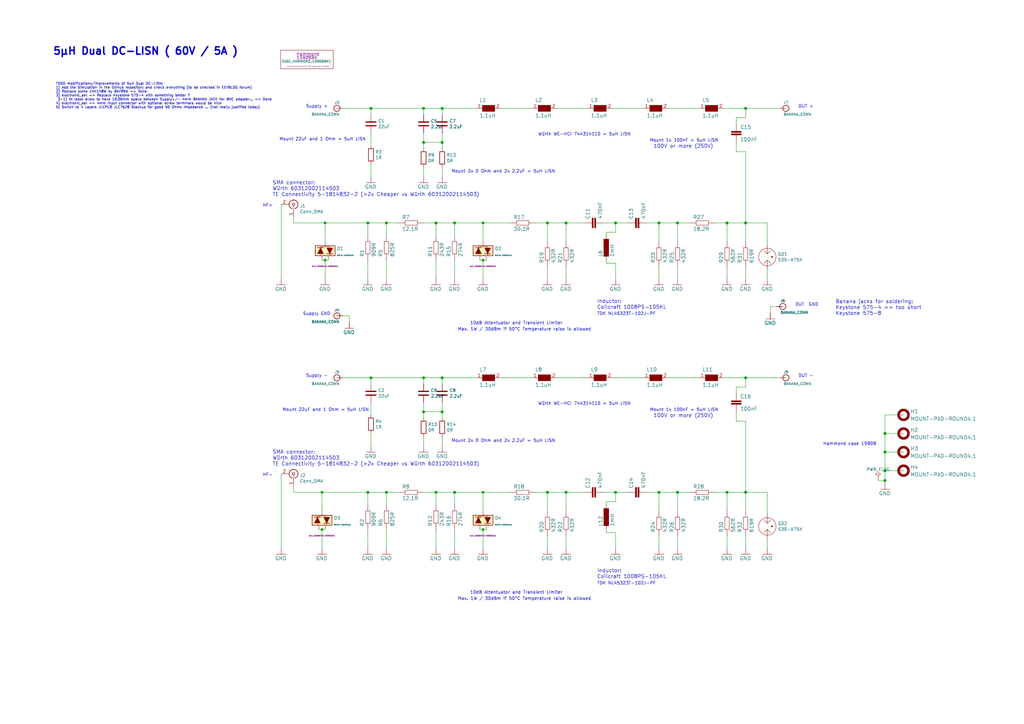
<source format=kicad_sch>
(kicad_sch (version 20231120) (generator "eeschema") (generator_version "8.0")
  (paper "A3")
  (title_block (title "Dual 5uH LISN") (date "2021-12-05") (rev "V1 R0") (company "F.Siebel / B.VERNOUX") (comment 1 "Credits to: Jay_Diddy_B & Noy (eevblog forum)"))
  (junction (at 152.146 44.45) (diameter 1.016))
  (junction (at 181.356 58.42) (diameter 1.016))
  (junction (at 252.476 201.93) (diameter 1.016))
  (junction (at 232.156 201.93) (diameter 1.016))
  (junction (at 186.436 91.44) (diameter 1.016))
  (junction (at 362.966 193.04) (diameter 1.016))
  (junction (at 150.876 201.93) (diameter 1.016))
  (junction (at 362.966 185.42) (diameter 1.016))
  (junction (at 133.35 91.44))
  (junction (at 198.12 217.17))
  (junction (at 178.816 91.44) (diameter 1.016))
  (junction (at 186.436 201.93) (diameter 1.016))
  (junction (at 270.256 201.93) (diameter 1.016))
  (junction (at 224.536 201.93) (diameter 1.016))
  (junction (at 277.876 201.93) (diameter 1.016))
  (junction (at 133.35 106.68))
  (junction (at 173.736 168.91) (diameter 1.016))
  (junction (at 173.736 58.42) (diameter 1.016))
  (junction (at 181.356 168.91) (diameter 1.016))
  (junction (at 252.476 91.44) (diameter 1.016))
  (junction (at 277.876 91.44) (diameter 1.016))
  (junction (at 224.536 91.44) (diameter 1.016))
  (junction (at 178.816 201.93) (diameter 1.016))
  (junction (at 270.256 91.44) (diameter 1.016))
  (junction (at 158.496 91.44) (diameter 1.016))
  (junction (at 173.736 44.45) (diameter 1.016))
  (junction (at 198.12 106.68))
  (junction (at 232.156 91.44) (diameter 1.016))
  (junction (at 305.816 154.94) (diameter 1.016))
  (junction (at 198.12 201.93))
  (junction (at 173.736 154.94) (diameter 1.016))
  (junction (at 298.196 201.93) (diameter 1.016))
  (junction (at 198.12 91.44))
  (junction (at 181.356 44.45) (diameter 1.016))
  (junction (at 158.496 201.93) (diameter 1.016))
  (junction (at 181.356 154.94) (diameter 1.016))
  (junction (at 305.816 201.93) (diameter 1.016))
  (junction (at 362.966 177.8) (diameter 1.016))
  (junction (at 132.08 217.17))
  (junction (at 362.966 197.104) (diameter 1.016))
  (junction (at 305.816 91.44) (diameter 1.016))
  (junction (at 298.196 91.44) (diameter 1.016))
  (junction (at 132.08 201.93))
  (junction (at 305.816 44.45) (diameter 1.016))
  (junction (at 152.146 154.94) (diameter 1.016))
  (junction (at 150.876 91.44) (diameter 1.016))
  (wire (pts (xy 277.876 114.3) (xy 277.876 109.22)))
  (wire (pts (xy 248.666 95.25) (xy 248.666 96.52)))
  (wire (pts (xy 181.356 165.1) (xy 181.356 168.91)))
  (wire (pts (xy 224.536 91.44) (xy 232.156 91.44)))
  (wire (pts (xy 219.456 91.44) (xy 224.536 91.44)))
  (wire (pts (xy 302.006 58.42) (xy 302.006 62.23)))
  (wire (pts (xy 248.666 107.95) (xy 252.476 107.95)))
  (wire (pts (xy 143.256 129.54) (xy 143.256 132.08)))
  (wire (pts (xy 252.476 201.93) (xy 252.476 205.74)))
  (wire (pts (xy 173.736 165.1) (xy 173.736 168.91)))
  (wire (pts (xy 152.146 44.45) (xy 173.736 44.45)))
  (wire (pts (xy 232.156 91.44) (xy 239.776 91.44)))
  (wire (pts (xy 305.816 114.3) (xy 305.816 109.22)))
  (wire (pts (xy 252.476 218.44) (xy 252.476 224.79)))
  (wire (pts (xy 224.536 114.3) (xy 224.536 109.22)))
  (wire (pts (xy 248.666 205.74) (xy 248.666 207.01)))
  (wire (pts (xy 296.926 154.94) (xy 305.816 154.94)))
  (wire (pts (xy 186.436 217.17) (xy 186.436 224.79)))
  (wire (pts (xy 133.35 91.44) (xy 133.35 99.06)))
  (wire (pts (xy 305.816 172.72) (xy 305.816 201.93)))
  (wire (pts (xy 252.476 91.44) (xy 257.556 91.44)))
  (wire (pts (xy 248.666 218.44) (xy 252.476 218.44)))
  (wire (pts (xy 120.396 88.9) (xy 120.396 91.44)))
  (wire (pts (xy 181.356 157.48) (xy 181.356 154.94)))
  (wire (pts (xy 173.736 44.45) (xy 181.356 44.45)))
  (wire (pts (xy 173.736 168.91) (xy 181.356 168.91)))
  (wire (pts (xy 298.196 99.06) (xy 298.196 91.44)))
  (wire (pts (xy 152.146 157.48) (xy 152.146 154.94)))
  (wire (pts (xy 152.146 154.94) (xy 140.716 154.94)))
  (wire (pts (xy 252.476 91.44) (xy 252.476 95.25)))
  (wire (pts (xy 152.146 165.1) (xy 152.146 170.18)))
  (wire (pts (xy 232.156 219.71) (xy 232.156 224.79)))
  (wire (pts (xy 132.08 201.93) (xy 150.876 201.93)))
  (wire (pts (xy 181.356 44.45) (xy 195.326 44.45)))
  (wire (pts (xy 302.006 168.91) (xy 302.006 172.72)))
  (wire (pts (xy 205.486 44.45) (xy 218.186 44.45)))
  (wire (pts (xy 198.12 201.93) (xy 209.296 201.93)))
  (wire (pts (xy 120.396 91.44) (xy 133.35 91.44)))
  (wire (pts (xy 270.256 114.3) (xy 270.256 109.22)))
  (wire (pts (xy 152.146 67.31) (xy 152.146 72.39)))
  (wire (pts (xy 232.156 109.22) (xy 232.156 114.3)))
  (wire (pts (xy 132.08 201.93) (xy 132.08 209.55)))
  (wire (pts (xy 305.816 224.79) (xy 305.816 219.71)))
  (wire (pts (xy 115.316 194.31) (xy 115.316 224.79)))
  (wire (pts (xy 298.196 209.55) (xy 298.196 201.93)))
  (wire (pts (xy 368.046 193.04) (xy 362.966 193.04)))
  (wire (pts (xy 251.206 44.45) (xy 263.906 44.45)))
  (wire (pts (xy 178.816 106.68) (xy 178.816 114.3)))
  (wire (pts (xy 173.736 58.42) (xy 173.736 60.96)))
  (wire (pts (xy 318.516 125.73) (xy 315.976 125.73)))
  (wire (pts (xy 173.736 46.99) (xy 173.736 44.45)))
  (wire (pts (xy 150.876 224.79) (xy 150.876 217.17)))
  (wire (pts (xy 247.396 91.44) (xy 252.476 91.44)))
  (wire (pts (xy 252.476 205.74) (xy 248.666 205.74)))
  (wire (pts (xy 181.356 68.58) (xy 181.356 72.39)))
  (wire (pts (xy 152.146 177.8) (xy 152.146 182.88)))
  (wire (pts (xy 158.496 91.44) (xy 163.576 91.44)))
  (wire (pts (xy 362.966 177.8) (xy 368.046 177.8)))
  (wire (pts (xy 152.146 44.45) (xy 140.716 44.45)))
  (wire (pts (xy 360.172 196.342) (xy 360.172 197.104)))
  (wire (pts (xy 360.172 197.104) (xy 362.966 197.104)))
  (wire (pts (xy 132.08 224.79) (xy 132.08 217.17)))
  (wire (pts (xy 305.816 209.55) (xy 305.816 201.93)))
  (wire (pts (xy 173.736 179.07) (xy 173.736 182.88)))
  (wire (pts (xy 270.256 224.79) (xy 270.256 219.71)))
  (wire (pts (xy 173.736 68.58) (xy 173.736 72.39)))
  (wire (pts (xy 150.876 207.01) (xy 150.876 201.93)))
  (wire (pts (xy 178.816 207.01) (xy 178.816 201.93)))
  (wire (pts (xy 305.816 154.94) (xy 305.816 158.75)))
  (wire (pts (xy 152.146 46.99) (xy 152.146 44.45)))
  (wire (pts (xy 132.08 217.17) (xy 130.81 217.17)))
  (wire (pts (xy 302.006 48.26) (xy 302.006 50.8)))
  (wire (pts (xy 158.496 114.3) (xy 158.496 106.68)))
  (wire (pts (xy 362.966 193.04) (xy 362.966 197.104)))
  (wire (pts (xy 362.966 197.104) (xy 362.966 198.12)))
  (wire (pts (xy 248.666 217.17) (xy 248.666 218.44)))
  (wire (pts (xy 296.926 44.45) (xy 305.816 44.45)))
  (wire (pts (xy 232.156 99.06) (xy 232.156 91.44)))
  (wire (pts (xy 198.12 106.68) (xy 196.85 106.68)))
  (wire (pts (xy 115.316 83.82) (xy 115.316 114.3)))
  (wire (pts (xy 181.356 154.94) (xy 195.326 154.94)))
  (wire (pts (xy 186.436 91.44) (xy 178.816 91.44)))
  (wire (pts (xy 158.496 96.52) (xy 158.496 91.44)))
  (wire (pts (xy 219.456 201.93) (xy 224.536 201.93)))
  (wire (pts (xy 173.736 154.94) (xy 181.356 154.94)))
  (wire (pts (xy 305.816 62.23) (xy 302.006 62.23)))
  (wire (pts (xy 277.876 201.93) (xy 282.956 201.93)))
  (wire (pts (xy 314.706 91.44) (xy 314.706 100.33)))
  (wire (pts (xy 198.12 91.44) (xy 209.296 91.44)))
  (wire (pts (xy 277.876 99.06) (xy 277.876 91.44)))
  (wire (pts (xy 198.12 106.68) (xy 199.39 106.68)))
  (wire (pts (xy 178.816 201.93) (xy 173.736 201.93)))
  (wire (pts (xy 305.816 91.44) (xy 314.706 91.44)))
  (wire (pts (xy 305.816 91.44) (xy 298.196 91.44)))
  (wire (pts (xy 315.976 125.73) (xy 315.976 128.27)))
  (wire (pts (xy 178.816 96.52) (xy 178.816 91.44)))
  (wire (pts (xy 150.876 201.93) (xy 158.496 201.93)))
  (wire (pts (xy 186.436 96.52) (xy 186.436 91.44)))
  (wire (pts (xy 173.736 168.91) (xy 173.736 171.45)))
  (wire (pts (xy 150.876 91.44) (xy 158.496 91.44)))
  (wire (pts (xy 274.066 44.45) (xy 286.766 44.45)))
  (wire (pts (xy 173.736 54.61) (xy 173.736 58.42)))
  (wire (pts (xy 305.816 201.93) (xy 298.196 201.93)))
  (wire (pts (xy 181.356 46.99) (xy 181.356 44.45)))
  (wire (pts (xy 186.436 201.93) (xy 198.12 201.93)))
  (wire (pts (xy 298.196 91.44) (xy 293.116 91.44)))
  (wire (pts (xy 232.156 209.55) (xy 232.156 201.93)))
  (wire (pts (xy 224.536 209.55) (xy 224.536 201.93)))
  (wire (pts (xy 133.35 114.3) (xy 133.35 106.68)))
  (wire (pts (xy 247.396 201.93) (xy 252.476 201.93)))
  (wire (pts (xy 265.176 91.44) (xy 270.256 91.44)))
  (wire (pts (xy 362.966 170.18) (xy 368.046 170.18)))
  (wire (pts (xy 251.206 154.94) (xy 263.906 154.94)))
  (wire (pts (xy 305.816 99.06) (xy 305.816 91.44)))
  (wire (pts (xy 277.876 209.55) (xy 277.876 201.93)))
  (wire (pts (xy 186.436 201.93) (xy 178.816 201.93)))
  (wire (pts (xy 314.706 201.93) (xy 314.706 210.82)))
  (wire (pts (xy 277.876 91.44) (xy 282.956 91.44)))
  (wire (pts (xy 298.196 201.93) (xy 293.116 201.93)))
  (wire (pts (xy 362.966 185.42) (xy 362.966 177.8)))
  (wire (pts (xy 205.486 154.94) (xy 218.186 154.94)))
  (wire (pts (xy 270.256 209.55) (xy 270.256 201.93)))
  (wire (pts (xy 198.12 217.17) (xy 196.85 217.17)))
  (wire (pts (xy 314.706 110.49) (xy 314.706 114.3)))
  (wire (pts (xy 248.666 106.68) (xy 248.666 107.95)))
  (wire (pts (xy 314.706 220.98) (xy 314.706 224.79)))
  (wire (pts (xy 178.816 91.44) (xy 173.736 91.44)))
  (wire (pts (xy 305.816 201.93) (xy 314.706 201.93)))
  (wire (pts (xy 198.12 217.17) (xy 199.39 217.17)))
  (wire (pts (xy 265.176 201.93) (xy 270.256 201.93)))
  (wire (pts (xy 228.346 154.94) (xy 241.046 154.94)))
  (wire (pts (xy 305.816 62.23) (xy 305.816 91.44)))
  (wire (pts (xy 150.876 96.52) (xy 150.876 91.44)))
  (wire (pts (xy 150.876 114.3) (xy 150.876 106.68)))
  (wire (pts (xy 302.006 158.75) (xy 302.006 161.29)))
  (wire (pts (xy 186.436 91.44) (xy 198.12 91.44)))
  (wire (pts (xy 298.196 224.79) (xy 298.196 219.71)))
  (wire (pts (xy 120.396 201.93) (xy 132.08 201.93)))
  (wire (pts (xy 305.816 172.72) (xy 302.006 172.72)))
  (wire (pts (xy 173.736 157.48) (xy 173.736 154.94)))
  (wire (pts (xy 181.356 179.07) (xy 181.356 182.88)))
  (wire (pts (xy 178.816 217.17) (xy 178.816 224.79)))
  (wire (pts (xy 270.256 91.44) (xy 277.876 91.44)))
  (wire (pts (xy 305.816 48.26) (xy 302.006 48.26)))
  (wire (pts (xy 252.476 201.93) (xy 257.556 201.93)))
  (wire (pts (xy 362.966 193.04) (xy 362.966 185.42)))
  (wire (pts (xy 252.476 95.25) (xy 248.666 95.25)))
  (wire (pts (xy 186.436 106.68) (xy 186.436 114.3)))
  (wire (pts (xy 224.536 224.79) (xy 224.536 219.71)))
  (wire (pts (xy 198.12 114.3) (xy 198.12 106.68)))
  (wire (pts (xy 228.346 44.45) (xy 241.046 44.45)))
  (wire (pts (xy 224.536 201.93) (xy 232.156 201.93)))
  (wire (pts (xy 305.816 158.75) (xy 302.006 158.75)))
  (wire (pts (xy 305.816 44.45) (xy 319.786 44.45)))
  (wire (pts (xy 305.816 44.45) (xy 305.816 48.26)))
  (wire (pts (xy 252.476 107.95) (xy 252.476 114.3)))
  (wire (pts (xy 173.736 58.42) (xy 181.356 58.42)))
  (wire (pts (xy 152.146 154.94) (xy 173.736 154.94)))
  (wire (pts (xy 224.536 99.06) (xy 224.536 91.44)))
  (wire (pts (xy 133.35 91.44) (xy 150.876 91.44)))
  (wire (pts (xy 198.12 201.93) (xy 198.12 209.55)))
  (wire (pts (xy 181.356 54.61) (xy 181.356 58.42)))
  (wire (pts (xy 140.716 129.54) (xy 143.256 129.54)))
  (wire (pts (xy 152.146 54.61) (xy 152.146 59.69)))
  (wire (pts (xy 274.066 154.94) (xy 286.766 154.94)))
  (wire (pts (xy 232.156 201.93) (xy 239.776 201.93)))
  (wire (pts (xy 181.356 58.42) (xy 181.356 60.96)))
  (wire (pts (xy 277.876 224.79) (xy 277.876 219.71)))
  (wire (pts (xy 181.356 168.91) (xy 181.356 171.45)))
  (wire (pts (xy 305.816 154.94) (xy 319.786 154.94)))
  (wire (pts (xy 120.396 199.39) (xy 120.396 201.93)))
  (wire (pts (xy 198.12 224.79) (xy 198.12 217.17)))
  (wire (pts (xy 270.256 201.93) (xy 277.876 201.93)))
  (wire (pts (xy 186.436 207.01) (xy 186.436 201.93)))
  (wire (pts (xy 158.496 201.93) (xy 163.576 201.93)))
  (wire (pts (xy 132.08 217.17) (xy 133.35 217.17)))
  (wire (pts (xy 158.496 207.01) (xy 158.496 201.93)))
  (wire (pts (xy 362.966 185.42) (xy 368.046 185.42)))
  (wire (pts (xy 362.966 177.8) (xy 362.966 170.18)))
  (wire (pts (xy 133.35 106.68) (xy 132.08 106.68)))
  (wire (pts (xy 298.196 114.3) (xy 298.196 109.22)))
  (wire (pts (xy 133.35 106.68) (xy 134.62 106.68)))
  (wire (pts (xy 198.12 91.44) (xy 198.12 99.06)))
  (wire (pts (xy 270.256 99.06) (xy 270.256 91.44)))
  (wire (pts (xy 158.496 224.79) (xy 158.496 217.17)))
  (text "10dB Attentuator and Transient Limiter " (at 192.786 243.84 0) (effects (font (size 1.27 1.27)) (justify left bottom)))
  (text "Inductor:\nCoilcraft 1008PS-105KL" (at 244.856 127 0) (effects (font (size 1.4986 1.4986)) (justify left bottom)))
  (text "Supply -" (at 125.476 154.94 0) (effects (font (size 1.27 1.27)) (justify left bottom)))
  (text "100V or more (250V)" (at 267.97 60.96 0) (effects (font (size 1.4986 1.4986)) (justify left bottom)))
  (text "Inductor:\nCoilcraft 1008PS-105KL" (at 244.856 237.49 0) (effects (font (size 1.4986 1.4986)) (justify left bottom)))
  (text "SMA connector:\nWürth 60312002114503\nTE Connectivity 5-1814832-2 (>2x Cheaper vs Würth 60312002114503)" (at 111.76 80.772 0) (effects (font (size 1.4986 1.4986)) (justify left bottom)))
  (text "10dB Attentuator and Transient Limiter " (at 192.786 133.35 0) (effects (font (size 1.27 1.27)) (justify left bottom)))
  (text "Max. 1W / 30dBm if 50°C Temperature raise is allowed" (at 187.706 135.89 0) (effects (font (size 1.27 1.27)) (justify left bottom)))
  (text "Würth WE-HCI 744314110 = 5uH LISN" (at 220.726 166.37 0) (effects (font (size 1.27 1.27)) (justify left bottom)))
  (text "100V or more (250V)" (at 267.97 171.45 0) (effects (font (size 1.4986 1.4986)) (justify left bottom)))
  (text "Mount 1x 100nF = 5uH LISN" (at 266.446 168.91 0) (effects (font (size 1.27 1.27)) (justify left bottom)))
  (text "Max. 1W / 30dBm if 50°C Temperature raise is allowed" (at 187.706 246.38 0) (effects (font (size 1.27 1.27)) (justify left bottom)))
  (text "5µH Dual DC-LISN ( 60V / 5A )" (at 21.59 22.86 0) (effects (font (size 2.9972 2.9972) (thickness 0.5994) (bold yes)) (justify left bottom)))
  (text "SMA connector:\nWürth 60312002114503\nTE Connectivity 5-1814832-2 (>2x Cheaper vs Würth 60312002114503)" (at 111.76 191.262 0) (effects (font (size 1.4986 1.4986)) (justify left bottom)))
  (text "Mount 22uF and 1 Ohm = 5uH LISN" (at 115.824 168.91 0) (effects (font (size 1.27 1.27)) (justify left bottom)))
  (text "TDK NL45323T-102J-PF" (at 244.856 240.03 0) (effects (font (size 1.27 1.27)) (justify left bottom)))
  (text "Würth WE-HCI 744314110 = 5uH LISN" (at 220.726 55.88 0) (effects (font (size 1.27 1.27)) (justify left bottom)))
  (text "DUT +" (at 327.406 44.45 0) (effects (font (size 1.27 1.27)) (justify left bottom)))
  (text "Mount 22uF and 1 Ohm = 5uH LISN" (at 114.554 57.912 0) (effects (font (size 1.27 1.27)) (justify left bottom)))
  (text "Supply +" (at 125.476 44.45 0) (effects (font (size 1.27 1.27)) (justify left bottom)))
  (text "DUT  GND" (at 326.136 125.73 0) (effects (font (size 1.27 1.27)) (justify left bottom)))
  (text "Mount 2x 0 Ohm and 2x 2.2uF = 5uH LISN" (at 185.166 71.12 0) (effects (font (size 1.27 1.27)) (justify left bottom)))
  (text "Hammond case 1590B" (at 337.566 182.88 0) (effects (font (size 1.27 1.27)) (justify left bottom)))
  (text "TODO modifications/improvements of 5uH Dual DC-LISN:\n1) Add the Simulation in the GitHub repository and check everything (to be checked in EEVBLOG forum)\n2) Replace some 1N4148W by BAV99W => Done\n3) electronic_eel => Replace Keystone 575-4 with something better ?\n 3-1) At least allow to have 19.06mm space between Supply+/- 4mm BANANA JACK for BNC adapter... => Done\n4) electronic_eel => 4mm input connector with optional screw terminals would be nice\n5) Switch to 4 Layers JLCPCB JLC7628 Stackup for good 50 Ohms Impedance ... (not really justified today)" (at 22.86 44.704 0) (effects (font (size 1 1)) (justify left bottom)))
  (text "Mount 2x 0 Ohm and 2x 2.2uF = 5uH LISN" (at 185.166 181.61 0) (effects (font (size 1.27 1.27)) (justify left bottom)))
  (text "Banana jacks for soldering:\nKeystone 575-4 => too short\nKeystone 575-8" (at 342.646 129.54 0) (effects (font (size 1.4986 1.4986)) (justify left bottom)))
  (text "Supply GND" (at 124.206 129.54 0) (effects (font (size 1.27 1.27)) (justify left bottom)))
  (text "Mount 1x 100nF = 5uH LISN" (at 266.446 58.42 0) (effects (font (size 1.27 1.27)) (justify left bottom)))
  (text "HF-" (at 107.696 195.58 0) (effects (font (size 1.27 1.27)) (justify left bottom)))
  (text "TDK NL45323T-102J-PF" (at 244.856 129.54 0) (effects (font (size 1.27 1.27)) (justify left bottom)))
  (text "HF+" (at 107.696 85.09 0) (effects (font (size 1.27 1.27)) (justify left bottom)))
  (text "DUT -" (at 327.406 154.94 0) (effects (font (size 1.27 1.27)) (justify left bottom)))
  (label "GND" (at 368.046 193.04 0) (effects (font (size 0.254 0.254))))
  (symbol (lib_id "5uH_LISN-eagle-import:BANANA_CONN") (at 322.326 44.45 0) (unit 1)
    (property "Reference" "J7" (at 321.31 42.672 0) (effects (font (size 1.0668 1.0668)) (justify left bottom)))
    (property "Value" "BANANA_CONN" (at 321.31 47.498 0) (effects (font (size 1.0668 1.0668)) (justify left bottom)))
    (property "Footprint" "5uH_LISN:BANANA_CONN" (effects (hide yes)))
    (property "Manufacturer" "Keystone" (effects (hide yes)))
    (property "manf#" "575-4" (effects (hide yes)))
    (property "Description" "CONN BANANA JACK SOLDER" (effects (hide yes)))
  )
  (symbol (lib_id "5uH_LISN-eagle-import:WE-HCI_7030_7040_7050") (at 200.406 44.45 0) (unit 1)
    (property "Reference" "L1" (at 196.596 41.91 0) (effects (font (size 1.4986 1.4986)) (justify left bottom)))
    (property "Value" "1.1uH" (at 196.596 48.26 0) (effects (font (size 1.4986 1.4986)) (justify left bottom)))
    (property "Footprint" "5uH_LISN:WE-HCI_7030_7040_7050" (effects (hide yes)))
    (property "Description" "FIXED IND 1.1UH 15A 3.15MOHM SMD" (effects (hide yes)))
    (property "Manufacturer" "Wurth / Würth" (effects (hide yes)))
    (property "manf#" "744314110" (effects (hide yes)))
  )
  (symbol (lib_id "5uH_LISN-eagle-import:WE-HCI_7030_7040_7050") (at 223.266 44.45 0) (unit 1)
    (property "Reference" "L2" (at 219.456 41.91 0) (effects (font (size 1.4986 1.4986)) (justify left bottom)))
    (property "Value" "1.1uH" (at 219.456 48.26 0) (effects (font (size 1.4986 1.4986)) (justify left bottom)))
    (property "Footprint" "5uH_LISN:WE-HCI_7030_7040_7050" (effects (hide yes)))
    (property "Description" "FIXED IND 1.1UH 15A 3.15MOHM SMD" (effects (hide yes)))
    (property "Manufacturer" "Wurth / Würth" (effects (hide yes)))
    (property "manf#" "744314110" (effects (hide yes)))
  )
  (symbol (lib_id "5uH_LISN-eagle-import:WE-HCI_7030_7040_7050") (at 246.126 44.45 0) (unit 1)
    (property "Reference" "L3" (at 242.316 41.91 0) (effects (font (size 1.4986 1.4986)) (justify left bottom)))
    (property "Value" "1.1uH" (at 242.316 48.26 0) (effects (font (size 1.4986 1.4986)) (justify left bottom)))
    (property "Footprint" "5uH_LISN:WE-HCI_7030_7040_7050" (effects (hide yes)))
    (property "Description" "FIXED IND 1.1UH 15A 3.15MOHM SMD" (effects (hide yes)))
    (property "Manufacturer" "Wurth / Würth" (effects (hide yes)))
    (property "manf#" "744314110" (effects (hide yes)))
  )
  (symbol (lib_id "5uH_LISN-eagle-import:WE-HCI_7030_7040_7050") (at 268.986 44.45 0) (unit 1)
    (property "Reference" "L4" (at 265.176 41.91 0) (effects (font (size 1.4986 1.4986)) (justify left bottom)))
    (property "Value" "1.1uH" (at 265.176 48.26 0) (effects (font (size 1.4986 1.4986)) (justify left bottom)))
    (property "Footprint" "5uH_LISN:WE-HCI_7030_7040_7050" (effects (hide yes)))
    (property "Description" "FIXED IND 1.1UH 15A 3.15MOHM SMD" (effects (hide yes)))
    (property "Manufacturer" "Wurth / Würth" (effects (hide yes)))
    (property "manf#" "744314110" (effects (hide yes)))
  )
  (symbol (lib_id "5uH_LISN-eagle-import:WE-HCI_7030_7040_7050") (at 291.846 44.45 0) (unit 1)
    (property "Reference" "L5" (at 288.036 41.91 0) (effects (font (size 1.4986 1.4986)) (justify left bottom)))
    (property "Value" "1.1uH" (at 288.036 48.26 0) (effects (font (size 1.4986 1.4986)) (justify left bottom)))
    (property "Footprint" "5uH_LISN:WE-HCI_7030_7040_7050" (effects (hide yes)))
    (property "Description" "FIXED IND 1.1UH 15A 3.15MOHM SMD" (effects (hide yes)))
    (property "Manufacturer" "Wurth / Würth" (effects (hide yes)))
    (property "manf#" "744314110" (effects (hide yes)))
  )
  (symbol (lib_id "5uH_LISN-eagle-import:R-EU_R0805") (at 150.876 101.6 90) (unit 1)
    (property "Reference" "R1" (at 149.3774 105.41 0) (effects (font (size 1.4986 1.4986)) (justify left bottom)))
    (property "Value" "909R" (at 154.178 105.41 0) (effects (font (size 1.4986 1.4986)) (justify left bottom)))
    (property "Footprint" "Resistor_SMD:R_0805_2012Metric" (effects (hide yes)))
    (property "Description" "RES 909 OHM 0.1% 1/5W Chip Resistor 0805 (2012 Metric) Anti-Sulfur, Automotive AEC-Q200 Thin Film " (effects (hide yes)))
    (property "Manufacturer" "TE" (effects (hide yes)))
    (property "manf#" "RQ73C2A909RBTD" (effects (hide yes)))
  )
  (symbol (lib_id "5uH_LISN-eagle-import:R-EU_R0805") (at 158.496 101.6 90) (unit 1)
    (property "Reference" "R5" (at 156.9974 105.41 0) (effects (font (size 1.4986 1.4986)) (justify left bottom)))
    (property "Value" "825R" (at 161.798 105.41 0) (effects (font (size 1.4986 1.4986)) (justify left bottom)))
    (property "Footprint" "Resistor_SMD:R_0805_2012Metric" (effects (hide yes)))
    (property "Description" "RES SMD 825 OHM 0.1% 1/4W Chip Resistor 0805 (2012 Metric) Automotive AEC-Q200, Pulse Withstanding Thick Film" (effects (hide yes)))
    (property "Manufacturer" "Panasonic" (effects (hide yes)))
    (property "manf#" "ERJ-PB6B8250V" (effects (hide yes)))
  )
  (symbol (lib_id "5uH_LISN-eagle-import:R-EU_R0805") (at 168.656 91.44 0) (unit 1)
    (property "Reference" "R7" (at 164.846 89.9414 0) (effects (font (size 1.4986 1.4986)) (justify left bottom)))
    (property "Value" "12.1R" (at 164.846 94.742 0) (effects (font (size 1.4986 1.4986)) (justify left bottom)))
    (property "Footprint" "Resistor_SMD:R_1206_3216Metric" (effects (hide yes)))
    (property "Description" "RES 12.1 OHMS 0.1% 0.4W Chip Resistor 1206 (3216 Metric) Anti-Sulfur, Automotive AEC-Q200 Thin Film" (effects (hide yes)))
    (property "Manufacturer" "TE Connectivity / Holsworthy " (effects (hide yes)))
    (property "manf#" "RQ73C2B12R1BTD" (effects (hide yes)))
  )
  (symbol (lib_id "5uH_LISN-eagle-import:R-EU_R0805") (at 178.816 101.6 90) (unit 1)
    (property "Reference" "R11" (at 177.3174 105.41 0) (effects (font (size 1.4986 1.4986)) (justify left bottom)))
    (property "Value" "243R" (at 182.118 105.41 0) (effects (font (size 1.4986 1.4986)) (justify left bottom)))
    (property "Footprint" "Resistor_SMD:R_0805_2012Metric" (effects (hide yes)))
    (property "Description" "RES 243 OHMS 0.1% 1/5W Chip Resistor 0805 (2012 Metric) Anti-Sulfur, Automotive AEC-Q200 Thin Film" (effects (hide yes)))
    (property "Manufacturer" "TE Connectivity / Holsworthy " (effects (hide yes)))
    (property "manf#" "RQ73C2A243RBTD" (effects (hide yes)))
  )
  (symbol (lib_id "5uH_LISN-eagle-import:R-EU_R0805") (at 186.436 101.6 90) (unit 1)
    (property "Reference" "R15" (at 184.9374 105.41 0) (effects (font (size 1.4986 1.4986)) (justify left bottom)))
    (property "Value" "274R" (at 189.738 105.41 0) (effects (font (size 1.4986 1.4986)) (justify left bottom)))
    (property "Footprint" "Resistor_SMD:R_0805_2012Metric" (effects (hide yes)))
    (property "Description" "RES SMD 274 OHM 0.1% 1/4W Chip Resistor 0805 (2012 Metric) - Thin Film" (effects (hide yes)))
    (property "Manufacturer" "TE" (effects (hide yes)))
    (property "manf#" "6-2176091-5" (effects (hide yes)))
  )
  (symbol (lib_id "5uH_LISN-eagle-import:R-EU_R0805") (at 214.376 91.44 0) (unit 1)
    (property "Reference" "R17" (at 210.566 89.9414 0) (effects (font (size 1.4986 1.4986)) (justify left bottom)))
    (property "Value" "30.1R" (at 210.566 94.742 0) (effects (font (size 1.4986 1.4986)) (justify left bottom)))
    (property "Footprint" "Resistor_SMD:R_1206_3216Metric" (effects (hide yes)))
    (property "Description" "RES 30.1 OHMS 0.1% 0.4W Chip Resistor 1206 (3216 Metric) Anti-Sulfur, Automotive AEC-Q200 Thin Film" (effects (hide yes)))
    (property "Manufacturer" "TE Connectivity / Holsworthy " (effects (hide yes)))
    (property "manf#" "RQ73C2B30R1BTD" (effects (hide yes)))
  )
  (symbol (lib_id "5uH_LISN-eagle-import:R-EU_R0805") (at 224.536 104.14 90) (unit 1)
    (property "Reference" "R19" (at 223.0374 107.95 0) (effects (font (size 1.4986 1.4986)) (justify left bottom)))
    (property "Value" "432R" (at 227.838 107.95 0) (effects (font (size 1.4986 1.4986)) (justify left bottom)))
    (property "Footprint" "Resistor_SMD:R_0805_2012Metric" (effects (hide yes)))
    (property "Description" "RES SMD 432 OHM 0.1% 1/4W Chip Resistor 0805 (2012 Metric) - Thin Film" (effects (hide yes)))
    (property "Manufacturer" "TE" (effects (hide yes)))
    (property "manf#" "8-2176091-3" (effects (hide yes)))
  )
  (symbol (lib_id "5uH_LISN-eagle-import:C-EUC0805") (at 242.316 91.44 90) (unit 1)
    (property "Reference" "C11" (at 241.935 89.916 0) (effects (font (size 1.4986 1.4986)) (justify left bottom)))
    (property "Value" "470nF" (at 247.015 89.916 0) (effects (font (size 1.4986 1.4986)) (justify left bottom)))
    (property "Footprint" "Capacitor_SMD:C_0805_2012Metric" (effects (hide yes)))
    (property "Description" "CAP CER 0.47UF 100V X7R ±10% 0805 (2012 Metric)" (effects (hide yes)))
    (property "Manufacturer" "AVX" (effects (hide yes)))
    (property "manf#" "08051C474KAT2A" (effects (hide yes)))
  )
  (symbol (lib_id "5uH_LISN-eagle-import:C-EUC0805") (at 260.096 91.44 90) (unit 1)
    (property "Reference" "C13" (at 259.715 89.916 0) (effects (font (size 1.4986 1.4986)) (justify left bottom)))
    (property "Value" "470nF" (at 264.795 89.916 0) (effects (font (size 1.4986 1.4986)) (justify left bottom)))
    (property "Footprint" "Capacitor_SMD:C_0805_2012Metric" (effects (hide yes)))
    (property "Description" "CAP CER 0.47UF 100V X7R ±10% 0805 (2012 Metric)" (effects (hide yes)))
    (property "Manufacturer" "AVX" (effects (hide yes)))
    (property "manf#" "08051C474KAT2A" (effects (hide yes)))
  )
  (symbol (lib_id "5uH_LISN-eagle-import:R-EU_R0805") (at 270.256 104.14 90) (unit 1)
    (property "Reference" "R23" (at 268.7574 107.95 0) (effects (font (size 1.4986 1.4986)) (justify left bottom)))
    (property "Value" "432R" (at 273.558 107.95 0) (effects (font (size 1.4986 1.4986)) (justify left bottom)))
    (property "Footprint" "Resistor_SMD:R_0805_2012Metric" (effects (hide yes)))
    (property "Description" "RES SMD 432 OHM 0.1% 1/4W Chip Resistor 0805 (2012 Metric) - Thin Film" (effects (hide yes)))
    (property "Manufacturer" "TE" (effects (hide yes)))
    (property "manf#" "8-2176091-3" (effects (hide yes)))
  )
  (symbol (lib_id "5uH_LISN-eagle-import:R-EU_R0805") (at 277.876 104.14 90) (unit 1)
    (property "Reference" "R25" (at 276.3774 107.95 0) (effects (font (size 1.4986 1.4986)) (justify left bottom)))
    (property "Value" "432R" (at 281.178 107.95 0) (effects (font (size 1.4986 1.4986)) (justify left bottom)))
    (property "Footprint" "Resistor_SMD:R_0805_2012Metric" (effects (hide yes)))
    (property "Description" "RES SMD 432 OHM 0.1% 1/4W Chip Resistor 0805 (2012 Metric) - Thin Film" (effects (hide yes)))
    (property "Manufacturer" "TE" (effects (hide yes)))
    (property "manf#" "8-2176091-3" (effects (hide yes)))
  )
  (symbol (lib_id "5uH_LISN-eagle-import:R-EU_R0805") (at 288.036 91.44 0) (unit 1)
    (property "Reference" "R27" (at 284.226 89.9414 0) (effects (font (size 1.4986 1.4986)) (justify left bottom)))
    (property "Value" "18.2R" (at 284.226 94.742 0) (effects (font (size 1.4986 1.4986)) (justify left bottom)))
    (property "Footprint" "Resistor_SMD:R_1206_3216Metric" (effects (hide yes)))
    (property "Description" "RES 18.2 OHMS 0.1% 0.4W Chip Resistor 1206 (3216 Metric) Anti-Sulfur, Automotive AEC-Q200 Thin Film" (effects (hide yes)))
    (property "Manufacturer" "TE Connectivity / Holsworthy " (effects (hide yes)))
    (property "manf#" "RQ73C2B18R2BTD" (effects (hide yes)))
  )
  (symbol (lib_id "5uH_LISN-eagle-import:R-EU_R0805") (at 298.196 104.14 90) (unit 1)
    (property "Reference" "R29" (at 296.6974 107.95 0) (effects (font (size 1.4986 1.4986)) (justify left bottom)))
    (property "Value" "562R" (at 301.498 107.95 0) (effects (font (size 1.4986 1.4986)) (justify left bottom)))
    (property "Footprint" "Resistor_SMD:R_0805_2012Metric" (effects (hide yes)))
    (property "Description" "RES SMD 562 OHM 0.1% 1/4W Chip Resistor 0805 (2012 Metric) - Thin Film" (effects (hide yes)))
    (property "Manufacturer" "TE" (effects (hide yes)))
    (property "manf#" "9-2176091-4" (effects (hide yes)))
  )
  (symbol (lib_id "5uH_LISN-eagle-import:R-EU_R0805") (at 305.816 104.14 90) (unit 1)
    (property "Reference" "R31" (at 304.3174 107.95 0) (effects (font (size 1.4986 1.4986)) (justify left bottom)))
    (property "Value" "619R" (at 309.118 107.95 0) (effects (font (size 1.4986 1.4986)) (justify left bottom)))
    (property "Footprint" "Resistor_SMD:R_0805_2012Metric" (effects (hide yes)))
    (property "Description" "RES 619 OHMS 0.1% 1/5W Chip Resistor 0805 (2012 Metric) Anti-Sulfur, Automotive AEC-Q200 Thin Film" (effects (hide yes)))
    (property "Manufacturer" "TE Connectivity / Holsworthy " (effects (hide yes)))
    (property "manf#" "RQ73C2A619RBTD" (effects (hide yes)))
  )
  (symbol (lib_id "5uH_LISN-eagle-import:GND") (at 305.816 116.84 0) (unit 1)
    (property "Reference" "#GND038" (effects (hide yes)))
    (property "Value" "GND" (at 303.276 119.38 0) (effects (font (size 1.4986 1.4986)) (justify left bottom)))
  )
  (symbol (lib_id "5uH_LISN-eagle-import:GND") (at 298.196 116.84 0) (unit 1)
    (property "Reference" "#GND036" (effects (hide yes)))
    (property "Value" "GND" (at 295.656 119.38 0) (effects (font (size 1.4986 1.4986)) (justify left bottom)))
  )
  (symbol (lib_id "5uH_LISN-eagle-import:GND") (at 277.876 116.84 0) (unit 1)
    (property "Reference" "#GND034" (effects (hide yes)))
    (property "Value" "GND" (at 275.336 119.38 0) (effects (font (size 1.4986 1.4986)) (justify left bottom)))
  )
  (symbol (lib_id "5uH_LISN-eagle-import:GND") (at 270.256 116.84 0) (unit 1)
    (property "Reference" "#GND032" (effects (hide yes)))
    (property "Value" "GND" (at 267.716 119.38 0) (effects (font (size 1.4986 1.4986)) (justify left bottom)))
  )
  (symbol (lib_id "5uH_LISN-eagle-import:GND") (at 224.536 116.84 0) (unit 1)
    (property "Reference" "#GND026" (effects (hide yes)))
    (property "Value" "GND" (at 221.996 119.38 0) (effects (font (size 1.4986 1.4986)) (justify left bottom)))
  )
  (symbol (lib_id "5uH_LISN-eagle-import:GND") (at 198.12 116.84 0) (unit 1)
    (property "Reference" "#GND024" (effects (hide yes)))
    (property "Value" "GND" (at 195.58 119.38 0) (effects (font (size 1.4986 1.4986)) (justify left bottom)))
  )
  (symbol (lib_id "5uH_LISN-eagle-import:GND") (at 186.436 116.84 0) (unit 1)
    (property "Reference" "#GND020" (effects (hide yes)))
    (property "Value" "GND" (at 183.896 119.38 0) (effects (font (size 1.4986 1.4986)) (justify left bottom)))
  )
  (symbol (lib_id "5uH_LISN-eagle-import:GND") (at 178.816 116.84 0) (unit 1)
    (property "Reference" "#GND016" (effects (hide yes)))
    (property "Value" "GND" (at 176.276 119.38 0) (effects (font (size 1.4986 1.4986)) (justify left bottom)))
  )
  (symbol (lib_id "5uH_LISN-eagle-import:GND") (at 158.496 116.84 0) (unit 1)
    (property "Reference" "#GND012" (effects (hide yes)))
    (property "Value" "GND" (at 155.956 119.38 0) (effects (font (size 1.4986 1.4986)) (justify left bottom)))
  )
  (symbol (lib_id "5uH_LISN-eagle-import:GND") (at 150.876 116.84 0) (unit 1)
    (property "Reference" "#GND08" (effects (hide yes)))
    (property "Value" "GND" (at 148.336 119.38 0) (effects (font (size 1.4986 1.4986)) (justify left bottom)))
  )
  (symbol (lib_id "5uH_LISN-eagle-import:INDUCTOR") (at 248.666 101.6 0) (unit 1)
    (property "Reference" "L6" (at 247.1674 105.41 90) (effects (font (size 1.4986 1.4986)) (justify left bottom)))
    (property "Value" "1mH" (at 251.968 105.41 90) (effects (font (size 1.4986 1.4986)) (justify left bottom)))
    (property "Footprint" "5uH_LISN:COILCRAFT_1008PS" (effects (hide yes)))
    (property "Description" "Fixed Inductors 1008 1 mH Shld 10% 100mA 29Ohms" (effects (hide yes)))
    (property "Manufacturer" "Coilcraft" (effects (hide yes)))
    (property "manf#" "1008PS-105KLC" (effects (hide yes)))
  )
  (symbol (lib_id "5uH_LISN-eagle-import:GND") (at 252.476 116.84 0) (unit 1)
    (property "Reference" "#GND030" (effects (hide yes)))
    (property "Value" "GND" (at 249.936 119.38 0) (effects (font (size 1.4986 1.4986)) (justify left bottom)))
  )
  (symbol (lib_id "5uH_LISN-eagle-import:GND") (at 115.316 116.84 0) (unit 1)
    (property "Reference" "#GND01" (effects (hide yes)))
    (property "Value" "GND" (at 112.776 119.38 0) (effects (font (size 1.4986 1.4986)) (justify left bottom)))
  )
  (symbol (lib_id "5uH_LISN-eagle-import:R-EU_R0805") (at 232.156 104.14 90) (unit 1)
    (property "Reference" "R21" (at 230.6574 107.95 0) (effects (font (size 1.4986 1.4986)) (justify left bottom)))
    (property "Value" "432R" (at 235.458 107.95 0) (effects (font (size 1.4986 1.4986)) (justify left bottom)))
    (property "Footprint" "Resistor_SMD:R_0805_2012Metric" (effects (hide yes)))
    (property "Description" "RES SMD 432 OHM 0.1% 1/4W Chip Resistor 0805 (2012 Metric) - Thin Film" (effects (hide yes)))
    (property "Manufacturer" "TE" (effects (hide yes)))
    (property "manf#" "8-2176091-3" (effects (hide yes)))
  )
  (symbol (lib_id "5uH_LISN-eagle-import:GND") (at 232.156 116.84 0) (unit 1)
    (property "Reference" "#GND028" (effects (hide yes)))
    (property "Value" "GND" (at 229.616 119.38 0) (effects (font (size 1.4986 1.4986)) (justify left bottom)))
  )
  (symbol (lib_id "5uH_LISN-eagle-import:C-EUC1206") (at 302.006 53.34 0) (unit 1)
    (property "Reference" "C15" (at 303.53 52.959 0) (effects (font (size 1.4986 1.4986)) (justify left bottom)))
    (property "Value" "100nF" (at 303.53 58.039 0) (effects (font (size 1.4986 1.4986)) (justify left bottom)))
    (property "Footprint" "Capacitor_SMD:C_1206_3216Metric" (effects (hide yes)))
    (property "Description" "CAP CER 0.1UF 250V X7R ±10% 1206 (3216 Metric)" (effects (hide yes)))
    (property "Manufacturer" "TDK" (effects (hide yes)))
    (property "manf#" "C3216X7R2E104K160AA" (effects (hide yes)))
  )
  (symbol (lib_id "5uH_LISN-eagle-import:GND") (at 173.736 74.93 0) (unit 1)
    (property "Reference" "#GND014" (effects (hide yes)))
    (property "Value" "GND" (at 171.196 77.47 0) (effects (font (size 1.4986 1.4986)) (justify left bottom)))
  )
  (symbol (lib_id "5uH_LISN-eagle-import:GND") (at 181.356 74.93 0) (unit 1)
    (property "Reference" "#GND018" (effects (hide yes)))
    (property "Value" "GND" (at 178.816 77.47 0) (effects (font (size 1.4986 1.4986)) (justify left bottom)))
  )
  (symbol (lib_id "5uH_LISN-eagle-import:GND") (at 143.256 134.62 0) (unit 1)
    (property "Reference" "#GND07" (effects (hide yes)))
    (property "Value" "GND" (at 140.716 137.16 0) (effects (font (size 1.4986 1.4986)) (justify left bottom)))
  )
  (symbol (lib_id "5uH_LISN-eagle-import:GND") (at 315.976 130.81 0) (unit 1)
    (property "Reference" "#GND040" (effects (hide yes)))
    (property "Value" "GND" (at 313.436 133.35 0) (effects (font (size 1.4986 1.4986)) (justify left bottom)))
  )
  (symbol (lib_id "5uH_LISN-rescue:C-Device") (at 173.736 50.8 0) (unit 1)
    (property "Reference" "C5" (at 176.657 49.6316 0) (effects (justify left)))
    (property "Value" "2.2uF" (at 176.657 51.943 0) (effects (justify left)))
    (property "Footprint" "Capacitor_SMD:C_1210_3225Metric" (effects (hide yes)))
    (property "Description" "CAP CER 2.2UF 100V X7R  ±10% 1210 (3225 Metric)" (effects (hide yes)))
    (property "Manufacturer" "TDK" (effects (hide yes)))
    (property "manf#" "CGA6N3X7R2A225K230AB" (effects (hide yes)))
  )
  (symbol (lib_id "5uH_LISN-rescue:C-Device") (at 181.356 50.8 0) (unit 1)
    (property "Reference" "C7" (at 184.277 49.6316 0) (effects (justify left)))
    (property "Value" "2.2uF" (at 184.277 51.943 0) (effects (justify left)))
    (property "Footprint" "Capacitor_SMD:C_1210_3225Metric" (effects (hide yes)))
    (property "Description" "CAP CER 2.2UF 100V X7R  ±10% 1210 (3225 Metric)" (effects (hide yes)))
    (property "Manufacturer" "TDK" (effects (hide yes)))
    (property "manf#" "CGA6N3X7R2A225K230AB" (effects (hide yes)))
  )
  (symbol (lib_id "5uH_LISN-rescue:R-Device") (at 173.736 64.77 0) (unit 1)
    (property "Reference" "R9" (at 175.514 63.6016 0) (effects (justify left)))
    (property "Value" "0R" (at 175.514 65.913 0) (effects (justify left)))
    (property "Footprint" "Resistor_SMD:R_1206_3216Metric" (effects (hide yes)))
    (property "Description" "RES 0 OHM JUMPER 1/2W Chip Resistor 1206 (3216 Metric) Moisture Resistant Thick Film" (effects (hide yes)))
    (property "Manufacturer" "YAGEO" (effects (hide yes)))
    (property "manf#" "RC1206JR-7W0RL" (effects (hide yes)))
  )
  (symbol (lib_id "5uH_LISN-rescue:R-Device") (at 181.356 64.77 0) (unit 1)
    (property "Reference" "R13" (at 183.134 63.6016 0) (effects (justify left)))
    (property "Value" "0R" (at 183.134 65.913 0) (effects (justify left)))
    (property "Footprint" "Resistor_SMD:R_1206_3216Metric" (effects (hide yes)))
    (property "Description" "RES 0 OHM JUMPER 1/2W Chip Resistor 1206 (3216 Metric) Moisture Resistant Thick Film" (effects (hide yes)))
    (property "Manufacturer" "YAGEO" (effects (hide yes)))
    (property "manf#" "RC1206JR-7W0RL" (effects (hide yes)))
  )
  (symbol (lib_id "5uH_LISN-eagle-import:GND") (at 252.476 227.33 0) (unit 1)
    (property "Reference" "#GND031" (effects (hide yes)))
    (property "Value" "GND" (at 249.936 229.87 0) (effects (font (size 1.4986 1.4986)) (justify left bottom)))
  )
  (symbol (lib_id "5uH_LISN-eagle-import:INDUCTOR") (at 248.666 212.09 0) (unit 1)
    (property "Reference" "L12" (at 247.1674 215.9 90) (effects (font (size 1.4986 1.4986)) (justify left bottom)))
    (property "Value" "1mH" (at 251.968 215.9 90) (effects (font (size 1.4986 1.4986)) (justify left bottom)))
    (property "Footprint" "5uH_LISN:COILCRAFT_1008PS" (effects (hide yes)))
    (property "Description" "Fixed Inductors 1008 1 mH Shld 10% 100mA 29Ohms" (effects (hide yes)))
    (property "Manufacturer" "Coilcraft" (effects (hide yes)))
    (property "manf#" "1008PS-105KLC" (effects (hide yes)))
  )
  (symbol (lib_id "5uH_LISN-rescue:C-Device") (at 152.146 50.8 0) (unit 1)
    (property "Reference" "C1" (at 155.067 49.6316 0) (effects (justify left)))
    (property "Value" "22uF" (at 155.067 51.943 0) (effects (justify left)))
    (property "Footprint" "Capacitor_SMD:C_2220_5650Metric" (effects (hide yes)))
    (property "Manufacturer" "TDK" (effects (hide yes)))
    (property "manf#" "CKG57NX7S2A226M500JH" (effects (hide yes)))
    (property "Description" "CAP CER 22UF 100V X7S SMD ±20% 100V Ceramic Capacitor X7S Stacked " (effects (hide yes)))
  )
  (symbol (lib_id "5uH_LISN-rescue:R-Device") (at 152.146 63.5 0) (unit 1)
    (property "Reference" "R3" (at 153.924 62.3316 0) (effects (justify left)))
    (property "Value" "1R" (at 153.924 64.643 0) (effects (justify left)))
    (property "Footprint" "Resistor_SMD:R_1218_3246Metric" (effects (hide yes)))
    (property "Description" "RES 1 OHM 1% 1W 1812 (4532 Metric), 1218 Automotive AEC-Q200, Moisture Resistant Thick Film" (effects (hide yes)))
    (property "Manufacturer" "KOA" (effects (hide yes)))
    (property "manf#" "WK73S2JTTE1R00F" (effects (hide yes)))
  )
  (symbol (lib_id "5uH_LISN-eagle-import:GND") (at 152.146 74.93 0) (unit 1)
    (property "Reference" "#GND010" (effects (hide yes)))
    (property "Value" "GND" (at 149.606 77.47 0) (effects (font (size 1.4986 1.4986)) (justify left bottom)))
  )
  (symbol (lib_id "5uH_LISN-eagle-import:GND") (at 314.706 227.33 0) (unit 1)
    (property "Reference" "#GND043" (effects (hide yes)))
    (property "Value" "GND" (at 312.166 229.87 0) (effects (font (size 1.4986 1.4986)) (justify left bottom)))
  )
  (symbol (lib_id "5uH_LISN-eagle-import:GND") (at 314.706 116.84 0) (unit 1)
    (property "Reference" "#GND042" (effects (hide yes)))
    (property "Value" "GND" (at 312.166 119.38 0) (effects (font (size 1.4986 1.4986)) (justify left bottom)))
  )
  (symbol (lib_id "5uH_LISN-eagle-import:GDT_2pin_correct") (at 314.706 105.41 0) (unit 1)
    (property "Reference" "GD1" (at 318.9986 104.2416 0) (effects (justify left)))
    (property "Value" "S30-A75X" (at 318.9986 106.553 0) (effects (justify left)))
    (property "Footprint" "5uH_LISN:S30-A400X" (effects (hide yes)))
    (property "Manufacturer" "EPCOS / TDK" (effects (hide yes)))
    (property "manf#" "B88069X1023T253" (effects (hide yes)))
    (property "Description" "GDT 75V 5KA 2 POLE SURFACE MOUNT" (effects (hide yes)))
  )
  (symbol (lib_id "5uH_LISN-eagle-import:GDT_2pin_correct") (at 314.706 215.9 0) (unit 1)
    (property "Reference" "GD2" (at 318.9986 214.7316 0) (effects (justify left)))
    (property "Value" "S30-A75X" (at 318.9986 217.043 0) (effects (justify left)))
    (property "Footprint" "5uH_LISN:S30-A400X" (effects (hide yes)))
    (property "Manufacturer" "EPCOS / TDK" (effects (hide yes)))
    (property "manf#" "B88069X1023T253" (effects (hide yes)))
    (property "Description" "GDT 75V 5KA 2 POLE SURFACE MOUNT" (effects (hide yes)))
  )
  (symbol (lib_id "5uH_LISN-eagle-import:BANANA_CONN") (at 138.176 154.94 0) (mirror y) (unit 1)
    (property "Reference" "J5" (at 139.192 153.162 0) (effects (font (size 1.0668 1.0668)) (justify left bottom)))
    (property "Value" "BANANA_CONN" (at 139.192 157.988 0) (effects (font (size 1.0668 1.0668)) (justify left bottom)))
    (property "Footprint" "5uH_LISN:BANANA_CONN" (effects (hide yes)))
    (property "Manufacturer" "Keystone" (effects (hide yes)))
    (property "manf#" "575-4" (effects (hide yes)))
    (property "Description" "CONN BANANA JACK SOLDER" (effects (hide yes)))
  )
  (symbol (lib_id "5uH_LISN-eagle-import:BANANA_CONN") (at 322.326 154.94 0) (unit 1)
    (property "Reference" "J8" (at 321.31 153.162 0) (effects (font (size 1.0668 1.0668)) (justify left bottom)))
    (property "Value" "BANANA_CONN" (at 321.31 157.988 0) (effects (font (size 1.0668 1.0668)) (justify left bottom)))
    (property "Footprint" "5uH_LISN:BANANA_CONN" (effects (hide yes)))
    (property "Manufacturer" "Keystone" (effects (hide yes)))
    (property "manf#" "575-4" (effects (hide yes)))
    (property "Description" "CONN BANANA JACK SOLDER" (effects (hide yes)))
  )
  (symbol (lib_id "5uH_LISN-eagle-import:WE-HCI_7030_7040_7050") (at 200.406 154.94 0) (unit 1)
    (property "Reference" "L7" (at 196.596 152.4 0) (effects (font (size 1.4986 1.4986)) (justify left bottom)))
    (property "Value" "1.1uH" (at 196.596 158.75 0) (effects (font (size 1.4986 1.4986)) (justify left bottom)))
    (property "Footprint" "5uH_LISN:WE-HCI_7030_7040_7050" (effects (hide yes)))
    (property "Description" "FIXED IND 1.1UH 15A 3.15MOHM SMD" (effects (hide yes)))
    (property "Manufacturer" "Wurth / Würth" (effects (hide yes)))
    (property "manf#" "744314110" (effects (hide yes)))
  )
  (symbol (lib_id "5uH_LISN-eagle-import:WE-HCI_7030_7040_7050") (at 223.266 154.94 0) (unit 1)
    (property "Reference" "L8" (at 219.456 152.4 0) (effects (font (size 1.4986 1.4986)) (justify left bottom)))
    (property "Value" "1.1uH" (at 219.456 158.75 0) (effects (font (size 1.4986 1.4986)) (justify left bottom)))
    (property "Footprint" "5uH_LISN:WE-HCI_7030_7040_7050" (effects (hide yes)))
    (property "Description" "FIXED IND 1.1UH 15A 3.15MOHM SMD" (effects (hide yes)))
    (property "Manufacturer" "Wurth / Würth" (effects (hide yes)))
    (property "manf#" "744314110" (effects (hide yes)))
  )
  (symbol (lib_id "5uH_LISN-eagle-import:WE-HCI_7030_7040_7050") (at 246.126 154.94 0) (unit 1)
    (property "Reference" "L9" (at 242.316 152.4 0) (effects (font (size 1.4986 1.4986)) (justify left bottom)))
    (property "Value" "1.1uH" (at 242.316 158.75 0) (effects (font (size 1.4986 1.4986)) (justify left bottom)))
    (property "Footprint" "5uH_LISN:WE-HCI_7030_7040_7050" (effects (hide yes)))
    (property "Description" "FIXED IND 1.1UH 15A 3.15MOHM SMD" (effects (hide yes)))
    (property "Manufacturer" "Wurth / Würth" (effects (hide yes)))
    (property "manf#" "744314110" (effects (hide yes)))
  )
  (symbol (lib_id "5uH_LISN-eagle-import:WE-HCI_7030_7040_7050") (at 268.986 154.94 0) (unit 1)
    (property "Reference" "L10" (at 265.176 152.4 0) (effects (font (size 1.4986 1.4986)) (justify left bottom)))
    (property "Value" "1.1uH" (at 265.176 158.75 0) (effects (font (size 1.4986 1.4986)) (justify left bottom)))
    (property "Footprint" "5uH_LISN:WE-HCI_7030_7040_7050" (effects (hide yes)))
    (property "Description" "FIXED IND 1.1UH 15A 3.15MOHM SMD" (effects (hide yes)))
    (property "Manufacturer" "Wurth / Würth" (effects (hide yes)))
    (property "manf#" "744314110" (effects (hide yes)))
  )
  (symbol (lib_id "5uH_LISN-eagle-import:WE-HCI_7030_7040_7050") (at 291.846 154.94 0) (unit 1)
    (property "Reference" "L11" (at 288.036 152.4 0) (effects (font (size 1.4986 1.4986)) (justify left bottom)))
    (property "Value" "1.1uH" (at 288.036 158.75 0) (effects (font (size 1.4986 1.4986)) (justify left bottom)))
    (property "Footprint" "5uH_LISN:WE-HCI_7030_7040_7050" (effects (hide yes)))
    (property "Description" "FIXED IND 1.1UH 15A 3.15MOHM SMD" (effects (hide yes)))
    (property "Manufacturer" "Wurth / Würth" (effects (hide yes)))
    (property "manf#" "744314110" (effects (hide yes)))
  )
  (symbol (lib_id "5uH_LISN-eagle-import:R-EU_R0805") (at 150.876 212.09 90) (unit 1)
    (property "Reference" "R2" (at 149.3774 215.9 0) (effects (font (size 1.4986 1.4986)) (justify left bottom)))
    (property "Value" "909R" (at 154.178 215.9 0) (effects (font (size 1.4986 1.4986)) (justify left bottom)))
    (property "Footprint" "Resistor_SMD:R_0805_2012Metric" (effects (hide yes)))
    (property "Description" "RES 909 OHM 0.1% 1/5W Chip Resistor 0805 (2012 Metric) Anti-Sulfur, Automotive AEC-Q200 Thin Film " (effects (hide yes)))
    (property "Manufacturer" "TE" (effects (hide yes)))
    (property "manf#" "RQ73C2A909RBTD" (effects (hide yes)))
  )
  (symbol (lib_id "5uH_LISN-eagle-import:R-EU_R0805") (at 158.496 212.09 90) (unit 1)
    (property "Reference" "R6" (at 156.9974 215.9 0) (effects (font (size 1.4986 1.4986)) (justify left bottom)))
    (property "Value" "825R" (at 161.798 215.9 0) (effects (font (size 1.4986 1.4986)) (justify left bottom)))
    (property "Footprint" "Resistor_SMD:R_0805_2012Metric" (effects (hide yes)))
    (property "Description" "RES SMD 825 OHM 0.1% 1/4W Chip Resistor 0805 (2012 Metric) Automotive AEC-Q200, Pulse Withstanding Thick Film" (effects (hide yes)))
    (property "Manufacturer" "Panasonic" (effects (hide yes)))
    (property "manf#" "ERJ-PB6B8250V" (effects (hide yes)))
  )
  (symbol (lib_id "5uH_LISN-eagle-import:R-EU_R0805") (at 168.656 201.93 0) (unit 1)
    (property "Reference" "R8" (at 164.846 200.4314 0) (effects (font (size 1.4986 1.4986)) (justify left bottom)))
    (property "Value" "12.1R" (at 164.846 205.232 0) (effects (font (size 1.4986 1.4986)) (justify left bottom)))
    (property "Footprint" "Resistor_SMD:R_1206_3216Metric" (effects (hide yes)))
    (property "Description" "RES 12.1 OHMS 0.1% 0.4W Chip Resistor 1206 (3216 Metric) Anti-Sulfur, Automotive AEC-Q200 Thin Film" (effects (hide yes)))
    (property "Manufacturer" "TE Connectivity / Holsworthy " (effects (hide yes)))
    (property "manf#" "RQ73C2B12R1BTD" (effects (hide yes)))
  )
  (symbol (lib_id "5uH_LISN-eagle-import:R-EU_R0805") (at 178.816 212.09 90) (unit 1)
    (property "Reference" "R12" (at 177.3174 215.9 0) (effects (font (size 1.4986 1.4986)) (justify left bottom)))
    (property "Value" "243R" (at 182.118 215.9 0) (effects (font (size 1.4986 1.4986)) (justify left bottom)))
    (property "Footprint" "Resistor_SMD:R_0805_2012Metric" (effects (hide yes)))
    (property "Description" "RES 243 OHMS 0.1% 1/5W Chip Resistor 0805 (2012 Metric) Anti-Sulfur, Automotive AEC-Q200 Thin Film" (effects (hide yes)))
    (property "Manufacturer" "TE Connectivity / Holsworthy " (effects (hide yes)))
    (property "manf#" "RQ73C2A243RBTD" (effects (hide yes)))
  )
  (symbol (lib_id "5uH_LISN-eagle-import:R-EU_R0805") (at 186.436 212.09 90) (unit 1)
    (property "Reference" "R16" (at 184.9374 215.9 0) (effects (font (size 1.4986 1.4986)) (justify left bottom)))
    (property "Value" "274R" (at 189.738 215.9 0) (effects (font (size 1.4986 1.4986)) (justify left bottom)))
    (property "Footprint" "Resistor_SMD:R_0805_2012Metric" (effects (hide yes)))
    (property "Description" "RES SMD 274 OHM 0.1% 1/4W Chip Resistor 0805 (2012 Metric) - Thin Film" (effects (hide yes)))
    (property "Manufacturer" "TE" (effects (hide yes)))
    (property "manf#" "6-2176091-5" (effects (hide yes)))
  )
  (symbol (lib_id "5uH_LISN-eagle-import:R-EU_R0805") (at 214.376 201.93 0) (unit 1)
    (property "Reference" "R18" (at 210.566 200.4314 0) (effects (font (size 1.4986 1.4986)) (justify left bottom)))
    (property "Value" "30.1R" (at 210.566 205.232 0) (effects (font (size 1.4986 1.4986)) (justify left bottom)))
    (property "Footprint" "Resistor_SMD:R_1206_3216Metric" (effects (hide yes)))
    (property "Description" "RES 30.1 OHMS 0.1% 0.4W Chip Resistor 1206 (3216 Metric) Anti-Sulfur, Automotive AEC-Q200 Thin Film" (effects (hide yes)))
    (property "Manufacturer" "TE Connectivity / Holsworthy " (effects (hide yes)))
    (property "manf#" "RQ73C2B30R1BTD" (effects (hide yes)))
  )
  (symbol (lib_id "5uH_LISN-eagle-import:R-EU_R0805") (at 224.536 214.63 90) (unit 1)
    (property "Reference" "R20" (at 223.0374 218.44 0) (effects (font (size 1.4986 1.4986)) (justify left bottom)))
    (property "Value" "432R" (at 227.838 218.44 0) (effects (font (size 1.4986 1.4986)) (justify left bottom)))
    (property "Footprint" "Resistor_SMD:R_0805_2012Metric" (effects (hide yes)))
    (property "Description" "RES SMD 432 OHM 0.1% 1/4W Chip Resistor 0805 (2012 Metric) - Thin Film" (effects (hide yes)))
    (property "Manufacturer" "TE" (effects (hide yes)))
    (property "manf#" "8-2176091-3" (effects (hide yes)))
  )
  (symbol (lib_id "5uH_LISN-eagle-import:C-EUC0805") (at 242.316 201.93 90) (unit 1)
    (property "Reference" "C12" (at 241.935 200.406 0) (effects (font (size 1.4986 1.4986)) (justify left bottom)))
    (property "Value" "470nF" (at 247.015 200.406 0) (effects (font (size 1.4986 1.4986)) (justify left bottom)))
    (property "Footprint" "Capacitor_SMD:C_0805_2012Metric" (effects (hide yes)))
    (property "Description" "CAP CER 0.47UF 100V X7R ±10% 0805 (2012 Metric)" (effects (hide yes)))
    (property "Manufacturer" "AVX" (effects (hide yes)))
    (property "manf#" "08051C474KAT2A" (effects (hide yes)))
  )
  (symbol (lib_id "5uH_LISN-eagle-import:C-EUC0805") (at 260.096 201.93 90) (unit 1)
    (property "Reference" "C14" (at 259.715 200.406 0) (effects (font (size 1.4986 1.4986)) (justify left bottom)))
    (property "Value" "470nF" (at 264.795 200.406 0) (effects (font (size 1.4986 1.4986)) (justify left bottom)))
    (property "Footprint" "Capacitor_SMD:C_0805_2012Metric" (effects (hide yes)))
    (property "Description" "CAP CER 0.47UF 100V X7R ±10% 0805 (2012 Metric)" (effects (hide yes)))
    (property "Manufacturer" "AVX" (effects (hide yes)))
    (property "manf#" "08051C474KAT2A" (effects (hide yes)))
  )
  (symbol (lib_id "5uH_LISN-eagle-import:R-EU_R0805") (at 270.256 214.63 90) (unit 1)
    (property "Reference" "R24" (at 268.7574 218.44 0) (effects (font (size 1.4986 1.4986)) (justify left bottom)))
    (property "Value" "432R" (at 273.558 218.44 0) (effects (font (size 1.4986 1.4986)) (justify left bottom)))
    (property "Footprint" "Resistor_SMD:R_0805_2012Metric" (effects (hide yes)))
    (property "Description" "RES SMD 432 OHM 0.1% 1/4W Chip Resistor 0805 (2012 Metric) - Thin Film" (effects (hide yes)))
    (property "Manufacturer" "TE" (effects (hide yes)))
    (property "manf#" "8-2176091-3" (effects (hide yes)))
  )
  (symbol (lib_id "5uH_LISN-eagle-import:R-EU_R0805") (at 277.876 214.63 90) (unit 1)
    (property "Reference" "R26" (at 276.3774 218.44 0) (effects (font (size 1.4986 1.4986)) (justify left bottom)))
    (property "Value" "432R" (at 281.178 218.44 0) (effects (font (size 1.4986 1.4986)) (justify left bottom)))
    (property "Footprint" "Resistor_SMD:R_0805_2012Metric" (effects (hide yes)))
    (property "Description" "RES SMD 432 OHM 0.1% 1/4W Chip Resistor 0805 (2012 Metric) - Thin Film" (effects (hide yes)))
    (property "Manufacturer" "TE" (effects (hide yes)))
    (property "manf#" "8-2176091-3" (effects (hide yes)))
  )
  (symbol (lib_id "5uH_LISN-eagle-import:R-EU_R0805") (at 288.036 201.93 0) (unit 1)
    (property "Reference" "R28" (at 284.226 200.4314 0) (effects (font (size 1.4986 1.4986)) (justify left bottom)))
    (property "Value" "18.2R" (at 284.226 205.232 0) (effects (font (size 1.4986 1.4986)) (justify left bottom)))
    (property "Footprint" "Resistor_SMD:R_1206_3216Metric" (effects (hide yes)))
    (property "Description" "RES 18.2 OHMS 0.1% 0.4W Chip Resistor 1206 (3216 Metric) Anti-Sulfur, Automotive AEC-Q200 Thin Film" (effects (hide yes)))
    (property "Manufacturer" "TE Connectivity / Holsworthy " (effects (hide yes)))
    (property "manf#" "RQ73C2B18R2BTD" (effects (hide yes)))
  )
  (symbol (lib_id "5uH_LISN-eagle-import:R-EU_R0805") (at 298.196 214.63 90) (unit 1)
    (property "Reference" "R30" (at 296.6974 218.44 0) (effects (font (size 1.4986 1.4986)) (justify left bottom)))
    (property "Value" "562R" (at 301.498 218.44 0) (effects (font (size 1.4986 1.4986)) (justify left bottom)))
    (property "Footprint" "Resistor_SMD:R_0805_2012Metric" (effects (hide yes)))
    (property "Description" "RES SMD 562 OHM 0.1% 1/4W Chip Resistor 0805 (2012 Metric) - Thin Film" (effects (hide yes)))
    (property "Manufacturer" "TE" (effects (hide yes)))
    (property "manf#" "9-2176091-4" (effects (hide yes)))
  )
  (symbol (lib_id "5uH_LISN-eagle-import:R-EU_R0805") (at 305.816 214.63 90) (unit 1)
    (property "Reference" "R32" (at 304.3174 218.44 0) (effects (font (size 1.4986 1.4986)) (justify left bottom)))
    (property "Value" "619R" (at 309.118 218.44 0) (effects (font (size 1.4986 1.4986)) (justify left bottom)))
    (property "Footprint" "Resistor_SMD:R_0805_2012Metric" (effects (hide yes)))
    (property "Description" "RES 619 OHMS 0.1% 1/5W Chip Resistor 0805 (2012 Metric) Anti-Sulfur, Automotive AEC-Q200 Thin Film" (effects (hide yes)))
    (property "Manufacturer" "TE Connectivity / Holsworthy " (effects (hide yes)))
    (property "manf#" "RQ73C2A619RBTD" (effects (hide yes)))
  )
  (symbol (lib_id "5uH_LISN-eagle-import:GND") (at 305.816 227.33 0) (unit 1)
    (property "Reference" "#GND039" (effects (hide yes)))
    (property "Value" "GND" (at 303.276 229.87 0) (effects (font (size 1.4986 1.4986)) (justify left bottom)))
  )
  (symbol (lib_id "5uH_LISN-eagle-import:GND") (at 298.196 227.33 0) (unit 1)
    (property "Reference" "#GND037" (effects (hide yes)))
    (property "Value" "GND" (at 295.656 229.87 0) (effects (font (size 1.4986 1.4986)) (justify left bottom)))
  )
  (symbol (lib_id "5uH_LISN-eagle-import:GND") (at 277.876 227.33 0) (unit 1)
    (property "Reference" "#GND035" (effects (hide yes)))
    (property "Value" "GND" (at 275.336 229.87 0) (effects (font (size 1.4986 1.4986)) (justify left bottom)))
  )
  (symbol (lib_id "5uH_LISN-eagle-import:GND") (at 270.256 227.33 0) (unit 1)
    (property "Reference" "#GND033" (effects (hide yes)))
    (property "Value" "GND" (at 267.716 229.87 0) (effects (font (size 1.4986 1.4986)) (justify left bottom)))
  )
  (symbol (lib_id "5uH_LISN-eagle-import:GND") (at 224.536 227.33 0) (unit 1)
    (property "Reference" "#GND027" (effects (hide yes)))
    (property "Value" "GND" (at 221.996 229.87 0) (effects (font (size 1.4986 1.4986)) (justify left bottom)))
  )
  (symbol (lib_id "5uH_LISN-eagle-import:GND") (at 186.436 227.33 0) (unit 1)
    (property "Reference" "#GND021" (effects (hide yes)))
    (property "Value" "GND" (at 183.896 229.87 0) (effects (font (size 1.4986 1.4986)) (justify left bottom)))
  )
  (symbol (lib_id "5uH_LISN-eagle-import:GND") (at 178.816 227.33 0) (unit 1)
    (property "Reference" "#GND017" (effects (hide yes)))
    (property "Value" "GND" (at 176.276 229.87 0) (effects (font (size 1.4986 1.4986)) (justify left bottom)))
  )
  (symbol (lib_id "5uH_LISN-eagle-import:GND") (at 158.496 227.33 0) (unit 1)
    (property "Reference" "#GND013" (effects (hide yes)))
    (property "Value" "GND" (at 155.956 229.87 0) (effects (font (size 1.4986 1.4986)) (justify left bottom)))
  )
  (symbol (lib_id "5uH_LISN-eagle-import:GND") (at 150.876 227.33 0) (unit 1)
    (property "Reference" "#GND09" (effects (hide yes)))
    (property "Value" "GND" (at 148.336 229.87 0) (effects (font (size 1.4986 1.4986)) (justify left bottom)))
  )
  (symbol (lib_id "5uH_LISN-eagle-import:GND") (at 115.316 227.33 0) (unit 1)
    (property "Reference" "#GND02" (effects (hide yes)))
    (property "Value" "GND" (at 112.776 229.87 0) (effects (font (size 1.4986 1.4986)) (justify left bottom)))
  )
  (symbol (lib_id "5uH_LISN-eagle-import:R-EU_R0805") (at 232.156 214.63 90) (unit 1)
    (property "Reference" "R22" (at 230.6574 218.44 0) (effects (font (size 1.4986 1.4986)) (justify left bottom)))
    (property "Value" "432R" (at 235.458 218.44 0) (effects (font (size 1.4986 1.4986)) (justify left bottom)))
    (property "Footprint" "Resistor_SMD:R_0805_2012Metric" (effects (hide yes)))
    (property "Description" "RES SMD 432 OHM 0.1% 1/4W Chip Resistor 0805 (2012 Metric) - Thin Film" (effects (hide yes)))
    (property "Manufacturer" "TE" (effects (hide yes)))
    (property "manf#" "8-2176091-3" (effects (hide yes)))
  )
  (symbol (lib_id "5uH_LISN-eagle-import:GND") (at 232.156 227.33 0) (unit 1)
    (property "Reference" "#GND029" (effects (hide yes)))
    (property "Value" "GND" (at 229.616 229.87 0) (effects (font (size 1.4986 1.4986)) (justify left bottom)))
  )
  (symbol (lib_id "5uH_LISN-eagle-import:C-EUC1206") (at 302.006 163.83 0) (unit 1)
    (property "Reference" "C16" (at 303.53 163.449 0) (effects (font (size 1.4986 1.4986)) (justify left bottom)))
    (property "Value" "100nF" (at 303.53 168.529 0) (effects (font (size 1.4986 1.4986)) (justify left bottom)))
    (property "Footprint" "Capacitor_SMD:C_1206_3216Metric" (effects (hide yes)))
    (property "Description" "CAP CER 0.1UF 250V X7R ±10% 1206 (3216 Metric)" (effects (hide yes)))
    (property "Manufacturer" "TDK" (effects (hide yes)))
    (property "manf#" "C3216X7R2E104K160AA" (effects (hide yes)))
  )
  (symbol (lib_id "5uH_LISN-eagle-import:GND") (at 173.736 185.42 0) (unit 1)
    (property "Reference" "#GND015" (effects (hide yes)))
    (property "Value" "GND" (at 171.196 187.96 0) (effects (font (size 1.4986 1.4986)) (justify left bottom)))
  )
  (symbol (lib_id "5uH_LISN-eagle-import:GND") (at 181.356 185.42 0) (unit 1)
    (property "Reference" "#GND019" (effects (hide yes)))
    (property "Value" "GND" (at 178.816 187.96 0) (effects (font (size 1.4986 1.4986)) (justify left bottom)))
  )
  (symbol (lib_id "5uH_LISN-rescue:R-Device") (at 173.736 175.26 0) (unit 1)
    (property "Reference" "R10" (at 175.514 174.0916 0) (effects (justify left)))
    (property "Value" "0R" (at 175.514 176.403 0) (effects (justify left)))
    (property "Footprint" "Resistor_SMD:R_1206_3216Metric" (effects (hide yes)))
    (property "Description" "RES 0 OHM JUMPER 1/2W Chip Resistor 1206 (3216 Metric) Moisture Resistant Thick Film" (effects (hide yes)))
    (property "Manufacturer" "YAGEO" (effects (hide yes)))
    (property "manf#" "RC1206JR-7W0RL" (effects (hide yes)))
  )
  (symbol (lib_id "5uH_LISN-rescue:R-Device") (at 181.356 175.26 0) (unit 1)
    (property "Reference" "R14" (at 183.134 174.0916 0) (effects (justify left)))
    (property "Value" "0R" (at 183.134 176.403 0) (effects (justify left)))
    (property "Footprint" "Resistor_SMD:R_1206_3216Metric" (effects (hide yes)))
    (property "Description" "RES 0 OHM JUMPER 1/2W Chip Resistor 1206 (3216 Metric) Moisture Resistant Thick Film" (effects (hide yes)))
    (property "Manufacturer" "YAGEO" (effects (hide yes)))
    (property "manf#" "RC1206JR-7W0RL" (effects (hide yes)))
  )
  (symbol (lib_id "5uH_LISN-rescue:R-Device") (at 152.146 173.99 0) (unit 1)
    (property "Reference" "R4" (at 153.924 172.8216 0) (effects (justify left)))
    (property "Value" "1R" (at 153.924 175.133 0) (effects (justify left)))
    (property "Footprint" "Resistor_SMD:R_1218_3246Metric" (effects (hide yes)))
    (property "Description" "RES 1 OHM 1% 1W 1812 (4532 Metric), 1218 Automotive AEC-Q200, Moisture Resistant Thick Film" (effects (hide yes)))
    (property "Manufacturer" "KOA" (effects (hide yes)))
    (property "manf#" "WK73S2JTTE1R00F" (effects (hide yes)))
  )
  (symbol (lib_id "5uH_LISN-eagle-import:GND") (at 152.146 185.42 0) (unit 1)
    (property "Reference" "#GND011" (effects (hide yes)))
    (property "Value" "GND" (at 149.606 187.96 0) (effects (font (size 1.4986 1.4986)) (justify left bottom)))
  )
  (symbol (lib_id "5uH_LISN-rescue:C-Device") (at 152.146 161.29 0) (unit 1)
    (property "Reference" "C2" (at 155.067 160.1216 0) (effects (justify left)))
    (property "Value" "22uF" (at 155.067 162.433 0) (effects (justify left)))
    (property "Footprint" "Capacitor_SMD:C_2220_5650Metric" (effects (hide yes)))
    (property "Manufacturer" "TDK" (effects (hide yes)))
    (property "manf#" "CKG57NX7S2A226M500JH" (effects (hide yes)))
    (property "Description" "CAP CER 22UF 100V X7S SMD ±20% 100V Ceramic Capacitor X7S Stacked " (effects (hide yes)))
  )
  (symbol (lib_id "5uH_LISN-rescue:C-Device") (at 181.356 161.29 0) (unit 1)
    (property "Reference" "C8" (at 184.277 160.1216 0) (effects (justify left)))
    (property "Value" "2.2uF" (at 184.277 162.433 0) (effects (justify left)))
    (property "Footprint" "Capacitor_SMD:C_1210_3225Metric" (effects (hide yes)))
    (property "Description" "CAP CER 2.2UF 100V X7R  ±10% 1210 (3225 Metric)" (effects (hide yes)))
    (property "Manufacturer" "TDK" (effects (hide yes)))
    (property "manf#" "CGA6N3X7R2A225K230AB" (effects (hide yes)))
  )
  (symbol (lib_id "5uH_LISN-rescue:C-Device") (at 173.736 161.29 0) (unit 1)
    (property "Reference" "C6" (at 176.657 160.1216 0) (effects (justify left)))
    (property "Value" "2.2uF" (at 176.657 162.433 0) (effects (justify left)))
    (property "Footprint" "Capacitor_SMD:C_1210_3225Metric" (effects (hide yes)))
    (property "Description" "CAP CER 2.2UF 100V X7R  ±10% 1210 (3225 Metric)" (effects (hide yes)))
    (property "Manufacturer" "TDK" (effects (hide yes)))
    (property "manf#" "CGA6N3X7R2A225K230AB" (effects (hide yes)))
  )
  (symbol (lib_id "Connector:Conn_Coaxial") (at 120.396 194.31 270) (mirror x) (unit 1)
    (property "Reference" "J2" (at 122.936 194.9704 90) (effects (justify left)))
    (property "Value" "Conn_SMA" (at 122.936 197.2818 90) (effects (justify left)))
    (property "Footprint" "Connector_Coaxial:SMA_Wurth_60312002114503_Vertical" (effects (hide yes)))
    (property "Datasheet" " ~" (effects (hide yes)))
    (property "Description" "SMA PCB THT JACK STRAIGHT WR-SMA" (effects (hide yes)))
    (property "Manufacturer" "TE" (effects (hide yes)))
    (property "manf#" "5-1814832-2" (effects (hide yes)))
  )
  (symbol (lib_name "Conn_Coaxial_1") (lib_id "Connector:Conn_Coaxial") (at 120.396 83.82 270) (mirror x) (unit 1)
    (property "Reference" "J1" (at 122.936 84.4804 90) (effects (justify left)))
    (property "Value" "Conn_SMA" (at 122.936 86.7918 90) (effects (justify left)))
    (property "Footprint" "Connector_Coaxial:SMA_Wurth_60312002114503_Vertical" (effects (hide yes)))
    (property "Datasheet" " ~" (effects (hide yes)))
    (property "Description" "SMA PCB THT JACK STRAIGHT WR-SMA" (effects (hide yes)))
    (property "Manufacturer" "TE" (effects (hide yes)))
    (property "manf#" "5-1814832-2" (effects (hide yes)))
  )
  (symbol (lib_id "5uH_LISN-eagle-import:DINA3_L") (at 22.86 231.14 0) (unit 1)
    (property "Reference" "#FRAME1" (effects (hide yes)))
    (property "Value" "DINA3_L" (effects (hide yes)))
  )
  (symbol (lib_id "5uH_LISN-eagle-import:BANANA_CONN") (at 321.056 125.73 0) (unit 1)
    (property "Reference" "J6" (at 320.04 123.952 0) (effects (font (size 1.0668 1.0668)) (justify left bottom)))
    (property "Value" "BANANA_CONN" (at 320.04 128.778 0) (effects (font (size 1.0668 1.0668)) (justify left bottom)))
    (property "Footprint" "5uH_LISN:BANANA_CONN" (effects (hide yes)))
    (property "manf#" "575-4" (effects (hide yes)))
    (property "Manufacturer" "Keystone" (effects (hide yes)))
    (property "Description" "CONN BANANA JACK SOLDER" (effects (hide yes)))
  )
  (symbol (lib_id "5uH_LISN-eagle-import:MOUNT-PAD-ROUND4.1") (at 370.586 193.04 0) (unit 1)
    (property "Reference" "H4" (at 373.38 192.4558 0) (effects (font (size 1.4986 1.4986)) (justify left bottom)))
    (property "Value" "MOUNT-PAD-ROUND4.1" (at 373.38 195.5038 0) (effects (font (size 1.4986 1.4986)) (justify left bottom)))
    (property "Footprint" "5uH_LISN:4,1-PAD" (effects (hide yes)))
  )
  (symbol (lib_id "5uH_LISN-eagle-import:BANANA_CONN") (at 138.176 129.54 0) (mirror y) (unit 1)
    (property "Reference" "J4" (at 139.192 127.762 0) (effects (font (size 1.0668 1.0668)) (justify left bottom)))
    (property "Value" "BANANA_CONN" (at 139.192 132.588 0) (effects (font (size 1.0668 1.0668)) (justify left bottom)))
    (property "Footprint" "5uH_LISN:BANANA_CONN" (effects (hide yes)))
    (property "Manufacturer" "Keystone" (effects (hide yes)))
    (property "manf#" "575-4" (effects (hide yes)))
    (property "Description" "CONN BANANA JACK SOLDER" (effects (hide yes)))
  )
  (symbol (lib_id "5uH_LISN-eagle-import:GND") (at 362.966 200.66 0) (unit 1)
    (property "Reference" "#GND041" (effects (hide yes)))
    (property "Value" "GND" (at 360.426 203.2 0) (effects (font (size 1.4986 1.4986)) (justify left bottom)))
  )
  (symbol (lib_id "5uH_LISN-eagle-import:MOUNT-PAD-ROUND4.1") (at 370.586 177.8 0) (unit 1)
    (property "Reference" "H2" (at 373.38 177.2158 0) (effects (font (size 1.4986 1.4986)) (justify left bottom)))
    (property "Value" "MOUNT-PAD-ROUND4.1" (at 373.38 180.2638 0) (effects (font (size 1.4986 1.4986)) (justify left bottom)))
    (property "Footprint" "5uH_LISN:4,1-PAD" (effects (hide yes)))
  )
  (symbol (lib_id "5uH_LISN-eagle-import:MOUNT-PAD-ROUND4.1") (at 370.586 185.42 0) (unit 1)
    (property "Reference" "H3" (at 373.38 184.8358 0) (effects (font (size 1.4986 1.4986)) (justify left bottom)))
    (property "Value" "MOUNT-PAD-ROUND4.1" (at 373.38 187.8838 0) (effects (font (size 1.4986 1.4986)) (justify left bottom)))
    (property "Footprint" "5uH_LISN:4,1-PAD" (effects (hide yes)))
  )
  (symbol (lib_id "5uH_LISN-eagle-import:MOUNT-PAD-ROUND4.1") (at 370.586 170.18 0) (unit 1)
    (property "Reference" "H1" (at 373.38 169.5958 0) (effects (font (size 1.4986 1.4986)) (justify left bottom)))
    (property "Value" "MOUNT-PAD-ROUND4.1" (at 373.38 172.6438 0) (effects (font (size 1.4986 1.4986)) (justify left bottom)))
    (property "Footprint" "5uH_LISN:4,1-PAD" (effects (hide yes)))
  )
  (symbol (lib_id "5uH_LISN-eagle-import:BANANA_CONN") (at 138.176 44.45 0) (mirror y) (unit 1)
    (property "Reference" "J3" (at 139.192 42.672 0) (effects (font (size 1.0668 1.0668)) (justify left bottom)))
    (property "Value" "BANANA_CONN" (at 139.192 47.498 0) (effects (font (size 1.0668 1.0668)) (justify left bottom)))
    (property "Footprint" "5uH_LISN:BANANA_CONN" (effects (hide yes)))
    (property "Manufacturer" "Keystone" (effects (hide yes)))
    (property "manf#" "575-4" (effects (hide yes)))
    (property "Description" "CONN BANANA JACK SOLDER" (effects (hide yes)))
  )
  (symbol (lib_id "5uH_LISN-eagle-import:GND") (at 132.08 227.33 0) (unit 1)
    (property "Reference" "#GND03" (effects (hide yes)))
    (property "Value" "GND" (at 129.54 229.87 0) (effects (font (size 1.4986 1.4986)) (justify left bottom)))
  )
  (symbol (lib_id "CASE_HAMMOND_1590BBK:CASE_HAMMOND_1590BBK") (at 126.492 25.654 0) (unit 1)
    (property "Reference" "CASE_HAMMOND_1590BBK1" (at 115.4431 25.162 0) (effects (font (size 1 1)) (justify left)))
    (property "Value" "~" (at 126.492 23.114 0) (effects (font (size 1.524 1.524))))
    (property "Description" "Box Metal, Aluminum Black Cover Included 4.409\" L x 2.382\" W (111.99mm x 60.50mm) X 1.220\" (30.99mm)" (at 126.492 27.178 0) (effects (font (size 0.2 0.2))))
    (property "Manufacturer" "Hammond" (at 126.238 22.098 0))
    (property "manf#" "1590BBK" (at 125.984 23.622 0))
  )
  (symbol (lib_id "Power:PWR_FLAG") (at 360.172 196.342 0) (unit 1)
    (property "Reference" "#FLG0101" (effects (hide yes)))
    (property "Value" "PWR_FLAG" (at 360.172 192.532 0))
  )
  (symbol (lib_id "5uH_LISN-eagle-import:GND") (at 133.35 116.84 0) (unit 1)
    (property "Reference" "#GND0101" (effects (hide yes)))
    (property "Value" "GND" (at 130.81 119.38 0) (effects (font (size 1.4986 1.4986)) (justify left bottom)))
  )
  (symbol (lib_id "SOT23-DIODEDUAL:SOT23-DIODEDUAL") (at 198.12 213.36 0) (unit 1)
    (property "Reference" "D4" (at 202.946 212.4515 0) (effects (justify left)))
    (property "Value" "SOT23-DIODEDUAL" (at 202.946 215.2266 0) (effects (font (size 0.5 0.5)) (justify left)))
    (property "Footprint" "5uH_LISN:SOT23-DIODEDUAL" (at 198.12 219.71 0) (effects (font (size 0.5 0.5))))
    (property "Description" "+150℃ (Tj) - 4ns 250mW 1.25V 150mA 215mA Dual 100V 500nA 80V SOT-23 Switching Diode ROHS" (effects (hide yes)))
    (property "LCSC" "C2500" (effects (hide yes)))
    (property "Manufacturer" "Nexperia" (effects (hide yes)))
    (property "manf#" "BAV99,215" (effects (hide yes)))
  )
  (symbol (lib_id "5uH_LISN-eagle-import:GND") (at 198.12 227.33 0) (unit 1)
    (property "Reference" "#GND04" (effects (hide yes)))
    (property "Value" "GND" (at 195.58 229.87 0) (effects (font (size 1.4986 1.4986)) (justify left bottom)))
  )
  (symbol (lib_id "SOT23-DIODEDUAL:SOT23-DIODEDUAL") (at 198.12 102.87 0) (unit 1)
    (property "Reference" "D2" (at 202.946 101.9615 0) (effects (justify left)))
    (property "Value" "SOT23-DIODEDUAL" (at 202.946 104.7366 0) (effects (font (size 0.5 0.5)) (justify left)))
    (property "Footprint" "5uH_LISN:SOT23-DIODEDUAL" (at 198.12 109.22 0) (effects (font (size 0.5 0.5))))
    (property "Description" "+150℃ (Tj) - 4ns 250mW 1.25V 150mA 215mA Dual 100V 500nA 80V SOT-23 Switching Diode ROHS" (effects (hide yes)))
    (property "LCSC" "C2500" (effects (hide yes)))
    (property "Manufacturer" "Nexperia" (effects (hide yes)))
    (property "manf#" "BAV99,215" (effects (hide yes)))
  )
  (symbol (lib_id "SOT23-DIODEDUAL:SOT23-DIODEDUAL") (at 133.35 102.87 0) (unit 1)
    (property "Reference" "D1" (at 138.176 101.9615 0) (effects (justify left)))
    (property "Value" "SOT23-DIODEDUAL" (at 138.176 104.7366 0) (effects (font (size 0.5 0.5)) (justify left)))
    (property "Footprint" "5uH_LISN:SOT23-DIODEDUAL" (at 133.35 109.22 0) (effects (font (size 0.5 0.5))))
    (property "Description" "+150℃ (Tj) - 4ns 250mW 1.25V 150mA 215mA Dual 100V 500nA 80V SOT-23 Switching Diode ROHS" (effects (hide yes)))
    (property "LCSC" "C2500" (effects (hide yes)))
    (property "Manufacturer" "Nexperia" (effects (hide yes)))
    (property "manf#" "BAV99,215" (effects (hide yes)))
  )
  (symbol (lib_id "SOT23-DIODEDUAL:SOT23-DIODEDUAL") (at 132.08 213.36 0) (unit 1)
    (property "Reference" "D3" (at 136.906 212.4515 0) (effects (justify left)))
    (property "Value" "SOT23-DIODEDUAL" (at 136.906 215.2266 0) (effects (font (size 0.5 0.5)) (justify left)))
    (property "Footprint" "5uH_LISN:SOT23-DIODEDUAL" (at 132.08 219.71 0) (effects (font (size 0.5 0.5))))
    (property "Description" "+150℃ (Tj) - 4ns 250mW 1.25V 150mA 215mA Dual 100V 500nA 80V SOT-23 Switching Diode ROHS" (effects (hide yes)))
    (property "LCSC" "C2500" (effects (hide yes)))
    (property "Manufacturer" "Nexperia" (effects (hide yes)))
    (property "manf#" "BAV99,215" (effects (hide yes)))
  )
)
</source>
